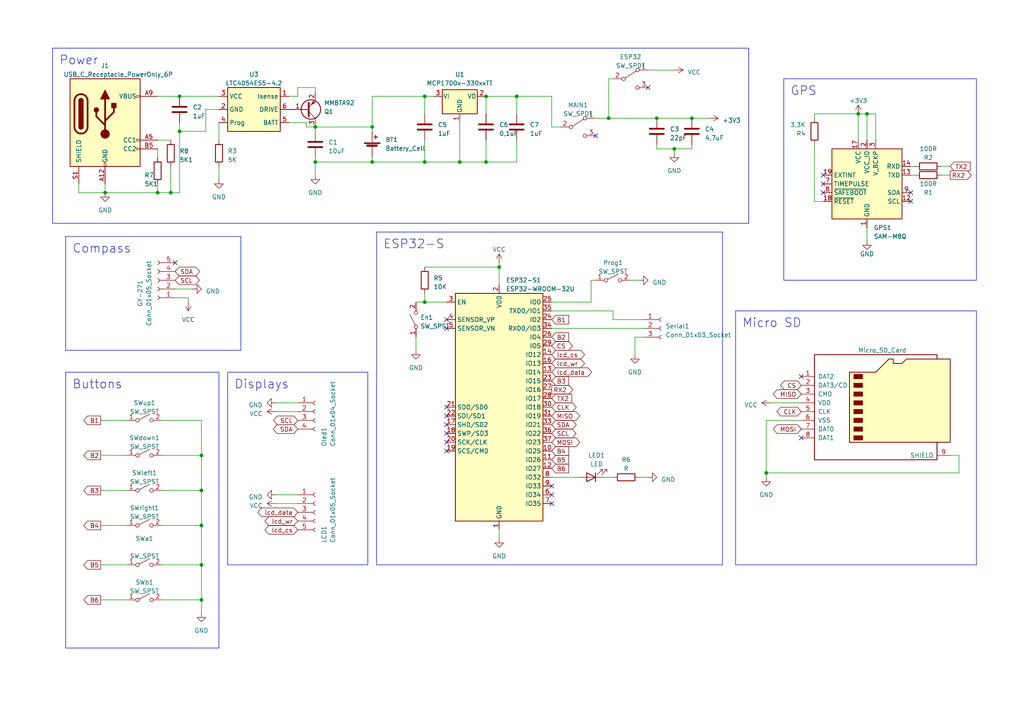
<source format=kicad_sch>
(kicad_sch (version 20230121) (generator eeschema)
  (paper "A4")
  (title_block (title "Esp32_gps_compass") (date "2023-06-05") (rev "v0.1") (company "Davide Barchetta"))
  (lib_symbols
    (symbol "Connector:Conn_01x03_Socket" (pin_names (offset 1.016) hide)
      (property "Reference" "J" (at 0 5.08 0))
      (property "Value" "Conn_01x03_Socket" (at 0 -5.08 0))
      (symbol "Conn_01x03_Socket_1_1"
        (arc (start 0 -2.032) (mid -0.5058 -2.54) (end 0 -3.048) (stroke (width 0.1524)))
        (polyline (pts (xy -1.27 -2.54) (xy -0.508 -2.54)) (stroke (width 0.1524)))
        (polyline (pts (xy -1.27 0) (xy -0.508 0)) (stroke (width 0.1524)))
        (polyline (pts (xy -1.27 2.54) (xy -0.508 2.54)) (stroke (width 0.1524)))
        (arc (start 0 0.508) (mid -0.5058 0) (end 0 -0.508) (stroke (width 0.1524)))
        (arc (start 0 3.048) (mid -0.5058 2.54) (end 0 2.032) (stroke (width 0.1524)))
        (pin passive line (at -5.08 2.54 0) (length 3.81) (name "Pin_1") (number "1"))
        (pin passive line (at -5.08 0 0) (length 3.81) (name "Pin_2") (number "2"))
        (pin passive line (at -5.08 -2.54 0) (length 3.81) (name "Pin_3") (number "3"))
      )
    )
    (symbol "Connector:Conn_01x04_Socket" (pin_names (offset 1.016) hide)
      (property "Reference" "J" (at 0 5.08 0))
      (property "Value" "Conn_01x04_Socket" (at 0 -7.62 0))
      (symbol "Conn_01x04_Socket_1_1"
        (arc (start 0 -4.572) (mid -0.5058 -5.08) (end 0 -5.588) (stroke (width 0.1524)))
        (arc (start 0 -2.032) (mid -0.5058 -2.54) (end 0 -3.048) (stroke (width 0.1524)))
        (polyline (pts (xy -1.27 -5.08) (xy -0.508 -5.08)) (stroke (width 0.1524)))
        (polyline (pts (xy -1.27 -2.54) (xy -0.508 -2.54)) (stroke (width 0.1524)))
        (polyline (pts (xy -1.27 0) (xy -0.508 0)) (stroke (width 0.1524)))
        (polyline (pts (xy -1.27 2.54) (xy -0.508 2.54)) (stroke (width 0.1524)))
        (arc (start 0 0.508) (mid -0.5058 0) (end 0 -0.508) (stroke (width 0.1524)))
        (arc (start 0 3.048) (mid -0.5058 2.54) (end 0 2.032) (stroke (width 0.1524)))
        (pin passive line (at -5.08 2.54 0) (length 3.81) (name "Pin_1") (number "1"))
        (pin passive line (at -5.08 0 0) (length 3.81) (name "Pin_2") (number "2"))
        (pin passive line (at -5.08 -2.54 0) (length 3.81) (name "Pin_3") (number "3"))
        (pin passive line (at -5.08 -5.08 0) (length 3.81) (name "Pin_4") (number "4"))
      )
    )
    (symbol "Connector:Conn_01x05_Socket" (pin_names (offset 1.016) hide)
      (property "Reference" "J" (at 0 7.62 0))
      (property "Value" "Conn_01x05_Socket" (at 0 -7.62 0))
      (symbol "Conn_01x05_Socket_1_1"
        (arc (start 0 -4.572) (mid -0.5058 -5.08) (end 0 -5.588) (stroke (width 0.1524)))
        (arc (start 0 -2.032) (mid -0.5058 -2.54) (end 0 -3.048) (stroke (width 0.1524)))
        (polyline (pts (xy -1.27 -5.08) (xy -0.508 -5.08)) (stroke (width 0.1524)))
        (polyline (pts (xy -1.27 -2.54) (xy -0.508 -2.54)) (stroke (width 0.1524)))
        (polyline (pts (xy -1.27 0) (xy -0.508 0)) (stroke (width 0.1524)))
        (polyline (pts (xy -1.27 2.54) (xy -0.508 2.54)) (stroke (width 0.1524)))
        (polyline (pts (xy -1.27 5.08) (xy -0.508 5.08)) (stroke (width 0.1524)))
        (arc (start 0 0.508) (mid -0.5058 0) (end 0 -0.508) (stroke (width 0.1524)))
        (arc (start 0 3.048) (mid -0.5058 2.54) (end 0 2.032) (stroke (width 0.1524)))
        (arc (start 0 5.588) (mid -0.5058 5.08) (end 0 4.572) (stroke (width 0.1524)))
        (pin passive line (at -5.08 5.08 0) (length 3.81) (name "Pin_1") (number "1"))
        (pin passive line (at -5.08 2.54 0) (length 3.81) (name "Pin_2") (number "2"))
        (pin passive line (at -5.08 0 0) (length 3.81) (name "Pin_3") (number "3"))
        (pin passive line (at -5.08 -2.54 0) (length 3.81) (name "Pin_4") (number "4"))
        (pin passive line (at -5.08 -5.08 0) (length 3.81) (name "Pin_5") (number "5"))
      )
    )
    (symbol "Connector:Micro_SD_Card" (pin_names (offset 1.016))
      (property "Reference" "J" (at -16.51 15.24 0))
      (property "Value" "Micro_SD_Card" (at 16.51 15.24 0))
      (symbol "Micro_SD_Card_0_1"
        (rectangle (start -7.62 -9.525) (end -5.08 -10.795) (fill (type outline)))
        (rectangle (start -7.62 -6.985) (end -5.08 -8.255) (fill (type outline)))
        (rectangle (start -7.62 -4.445) (end -5.08 -5.715) (fill (type outline)))
        (rectangle (start -7.62 -1.905) (end -5.08 -3.175) (fill (type outline)))
        (rectangle (start -7.62 0.635) (end -5.08 -0.635) (fill (type outline)))
        (rectangle (start -7.62 3.175) (end -5.08 1.905) (fill (type outline)))
        (rectangle (start -7.62 5.715) (end -5.08 4.445) (fill (type outline)))
        (rectangle (start -7.62 8.255) (end -5.08 6.985) (fill (type outline)))
        (polyline (pts (xy 16.51 12.7) (xy 16.51 13.97) (xy -19.05 13.97) (xy -19.05 -16.51) (xy 16.51 -16.51) (xy 16.51 -11.43)) (stroke (width 0.254)))
        (polyline (pts (xy -8.89 -11.43) (xy -8.89 8.89) (xy -1.27 8.89) (xy 2.54 12.7) (xy 3.81 12.7) (xy 3.81 11.43) (xy 6.35 11.43) (xy 7.62 12.7) (xy 20.32 12.7) (xy 20.32 -11.43) (xy -8.89 -11.43)) (stroke (width 0.254)) (fill (type background)))
      )
      (symbol "Micro_SD_Card_1_1"
        (pin bidirectional line (at -22.86 7.62 0) (length 3.81) (name "DAT2") (number "1"))
        (pin bidirectional line (at -22.86 5.08 0) (length 3.81) (name "DAT3/CD") (number "2"))
        (pin input line (at -22.86 2.54 0) (length 3.81) (name "CMD") (number "3"))
        (pin power_in line (at -22.86 0 0) (length 3.81) (name "VDD") (number "4"))
        (pin input line (at -22.86 -2.54 0) (length 3.81) (name "CLK") (number "5"))
        (pin power_in line (at -22.86 -5.08 0) (length 3.81) (name "VSS") (number "6"))
        (pin bidirectional line (at -22.86 -7.62 0) (length 3.81) (name "DAT0") (number "7"))
        (pin bidirectional line (at -22.86 -10.16 0) (length 3.81) (name "DAT1") (number "8"))
        (pin passive line (at 20.32 -15.24 180) (length 3.81) (name "SHIELD") (number "9"))
      )
    )
    (symbol "Connector:USB_C_Receptacle_PowerOnly_6P" (pin_names (offset 1.016))
      (property "Reference" "J" (at 0 16.51 0))
      (property "Value" "USB_C_Receptacle_PowerOnly_6P" (at 0 13.97 0))
      (symbol "USB_C_Receptacle_PowerOnly_6P_0_0"
        (rectangle (start -0.254 -12.7) (end 0.254 -11.684))
        (rectangle (start 10.16 -7.366) (end 9.144 -7.874))
        (rectangle (start 10.16 -4.826) (end 9.144 -5.334))
        (rectangle (start 10.16 7.874) (end 9.144 7.366))
      )
      (symbol "USB_C_Receptacle_PowerOnly_6P_0_1"
        (rectangle (start -10.16 12.7) (end 10.16 -12.7) (stroke (width 0.254)) (fill (type background)))
        (arc (start -8.89 -1.27) (mid -6.985 -3.1667) (end -5.08 -1.27) (stroke (width 0.508)))
        (arc (start -7.62 -1.27) (mid -6.985 -1.9023) (end -6.35 -1.27) (stroke (width 0.254)))
        (arc (start -7.62 -1.27) (mid -6.985 -1.9023) (end -6.35 -1.27) (stroke (width 0.254)) (fill (type outline)))
        (rectangle (start -7.62 -1.27) (end -6.35 6.35) (stroke (width 0.254)) (fill (type outline)))
        (arc (start -6.35 6.35) (mid -6.985 6.9823) (end -7.62 6.35) (stroke (width 0.254)))
        (arc (start -6.35 6.35) (mid -6.985 6.9823) (end -7.62 6.35) (stroke (width 0.254)) (fill (type outline)))
        (arc (start -5.08 6.35) (mid -6.985 8.2467) (end -8.89 6.35) (stroke (width 0.508)))
        (circle (center -2.54 3.683) (radius 0.635) (stroke (width 0.254)) (fill (type outline)))
        (circle (center 0 -3.302) (radius 1.27) (fill (type outline)))
        (polyline (pts (xy -8.89 -1.27) (xy -8.89 6.35)) (stroke (width 0.508)))
        (polyline (pts (xy -5.08 6.35) (xy -5.08 -1.27)) (stroke (width 0.508)))
        (polyline (pts (xy 0 -3.302) (xy 0 6.858)) (stroke (width 0.508)))
        (polyline (pts (xy 0 -0.762) (xy -2.54 1.778) (xy -2.54 3.048)) (stroke (width 0.508)))
        (polyline (pts (xy 0 0.508) (xy 2.54 3.048) (xy 2.54 4.318)) (stroke (width 0.508)))
        (polyline (pts (xy -1.27 6.858) (xy 0 9.398) (xy 1.27 6.858) (xy -1.27 6.858)) (stroke (width 0.254)) (fill (type outline)))
        (rectangle (start 1.905 4.318) (end 3.175 5.588) (stroke (width 0.254)) (fill (type outline)))
      )
      (symbol "USB_C_Receptacle_PowerOnly_6P_1_1"
        (pin passive line (at 0 -17.78 90) (length 5.08) (name "GND") (number "A12"))
        (pin bidirectional line (at 15.24 -5.08 180) (length 5.08) (name "CC1") (number "A5"))
        (pin passive line (at 15.24 7.62 180) (length 5.08) (name "VBUS") (number "A9"))
        (pin passive line (at 0 -17.78 90) (length 5.08) hide (name "GND") (number "B12"))
        (pin bidirectional line (at 15.24 -7.62 180) (length 5.08) (name "CC2") (number "B5"))
        (pin passive line (at 15.24 7.62 180) (length 5.08) hide (name "VBUS") (number "B9"))
        (pin passive line (at -7.62 -17.78 90) (length 5.08) (name "SHIELD") (number "S1"))
      )
    )
    (symbol "Device:Battery_Cell" (pin_numbers hide) (pin_names (offset 0) hide)
      (property "Reference" "BT" (at 2.54 2.54 0))
      (property "Value" "Battery_Cell" (at 2.54 0 0))
      (symbol "Battery_Cell_0_1"
        (rectangle (start -2.286 1.778) (end 2.286 1.524) (fill (type outline)))
        (rectangle (start -1.5748 1.1938) (end 1.4732 0.6858) (fill (type outline)))
        (polyline (pts (xy 0 0.762) (xy 0 0)))
        (polyline (pts (xy 0 1.778) (xy 0 2.54)))
        (polyline (pts (xy 0.508 3.429) (xy 1.524 3.429)) (stroke (width 0.254)))
        (polyline (pts (xy 1.016 3.937) (xy 1.016 2.921)) (stroke (width 0.254)))
      )
      (symbol "Battery_Cell_1_1"
        (pin passive line (at 0 5.08 270) (length 2.54) (name "+") (number "1"))
        (pin passive line (at 0 -2.54 90) (length 2.54) (name "-") (number "2"))
      )
    )
    (symbol "Device:C" (pin_numbers hide) (pin_names (offset 0.254))
      (property "Reference" "C" (at 0.635 2.54 0))
      (property "Value" "C" (at 0.635 -2.54 0))
      (symbol "C_0_1"
        (polyline (pts (xy -2.032 -0.762) (xy 2.032 -0.762)) (stroke (width 0.508)))
        (polyline (pts (xy -2.032 0.762) (xy 2.032 0.762)) (stroke (width 0.508)))
      )
      (symbol "C_1_1"
        (pin passive line (at 0 3.81 270) (length 2.794) (name "~") (number "1"))
        (pin passive line (at 0 -3.81 90) (length 2.794) (name "~") (number "2"))
      )
    )
    (symbol "Device:LED" (pin_numbers hide) (pin_names (offset 1.016) hide)
      (property "Reference" "D" (at 0 2.54 0))
      (property "Value" "LED" (at 0 -2.54 0))
      (symbol "LED_0_1"
        (polyline (pts (xy -1.27 -1.27) (xy -1.27 1.27)) (stroke (width 0.254)))
        (polyline (pts (xy -1.27 0) (xy 1.27 0)))
        (polyline (pts (xy 1.27 -1.27) (xy 1.27 1.27) (xy -1.27 0) (xy 1.27 -1.27)) (stroke (width 0.254)))
        (polyline (pts (xy -3.048 -0.762) (xy -4.572 -2.286) (xy -3.81 -2.286) (xy -4.572 -2.286) (xy -4.572 -1.524)))
        (polyline (pts (xy -1.778 -0.762) (xy -3.302 -2.286) (xy -2.54 -2.286) (xy -3.302 -2.286) (xy -3.302 -1.524)))
      )
      (symbol "LED_1_1"
        (pin passive line (at -3.81 0 0) (length 2.54) (name "K") (number "1"))
        (pin passive line (at 3.81 0 180) (length 2.54) (name "A") (number "2"))
      )
    )
    (symbol "Device:R" (pin_numbers hide) (pin_names (offset 0))
      (property "Reference" "R" (at 2.032 0 90))
      (property "Value" "R" (at 0 0 90))
      (symbol "R_0_1"
        (rectangle (start -1.016 -2.54) (end 1.016 2.54) (stroke (width 0.254)))
      )
      (symbol "R_1_1"
        (pin passive line (at 0 3.81 270) (length 1.27) (name "~") (number "1"))
        (pin passive line (at 0 -3.81 90) (length 1.27) (name "~") (number "2"))
      )
    )
    (symbol "RF_GPS:SAM-M8Q"
      (property "Reference" "U" (at -8.89 11.43 0))
      (property "Value" "SAM-M8Q" (at 8.89 11.43 0))
      (symbol "SAM-M8Q_0_1"
        (rectangle (start -10.16 10.16) (end 10.16 -10.16) (stroke (width 0.254)) (fill (type background)))
      )
      (symbol "SAM-M8Q_1_1"
        (pin power_in line (at 0 -12.7 90) (length 2.54) (name "GND") (number "1"))
        (pin passive line (at 0 -12.7 90) (length 2.54) hide (name "GND") (number "10"))
        (pin passive line (at 0 -12.7 90) (length 2.54) hide (name "GND") (number "11"))
        (pin input line (at 12.7 -5.08 180) (length 2.54) (name "SCL") (number "12"))
        (pin output line (at 12.7 2.54 180) (length 2.54) (name "TXD") (number "13"))
        (pin input line (at 12.7 5.08 180) (length 2.54) (name "RXD") (number "14"))
        (pin passive line (at 0 -12.7 90) (length 2.54) hide (name "GND") (number "15"))
        (pin passive line (at 0 -12.7 90) (length 2.54) hide (name "GND") (number "16"))
        (pin power_in line (at -2.54 12.7 270) (length 2.54) (name "VCC") (number "17"))
        (pin input line (at -12.7 -5.08 0) (length 2.54) (name "~{RESET}") (number "18"))
        (pin input line (at -12.7 2.54 0) (length 2.54) (name "EXTINT") (number "19"))
        (pin power_in line (at 0 12.7 270) (length 2.54) (name "VCC_IO") (number "2"))
        (pin passive line (at 0 -12.7 90) (length 2.54) hide (name "GND") (number "20"))
        (pin power_in line (at 2.54 12.7 270) (length 2.54) (name "V_BCKP") (number "3"))
        (pin passive line (at 0 -12.7 90) (length 2.54) hide (name "GND") (number "4"))
        (pin passive line (at 0 -12.7 90) (length 2.54) hide (name "GND") (number "5"))
        (pin passive line (at 0 -12.7 90) (length 2.54) hide (name "GND") (number "6"))
        (pin output line (at -12.7 0 0) (length 2.54) (name "TIMEPULSE") (number "7"))
        (pin input line (at -12.7 -2.54 0) (length 2.54) (name "~{SAFEBOOT}") (number "8"))
        (pin bidirectional line (at 12.7 -2.54 180) (length 2.54) (name "SDA") (number "9"))
      )
    )
    (symbol "RF_Module:ESP32-WROOM-32U"
      (property "Reference" "U" (at -12.7 34.29 0))
      (property "Value" "ESP32-WROOM-32U" (at 1.27 34.29 0))
      (symbol "ESP32-WROOM-32U_0_1"
        (rectangle (start -12.7 33.02) (end 12.7 -33.02) (stroke (width 0.254)) (fill (type background)))
      )
      (symbol "ESP32-WROOM-32U_1_1"
        (pin power_in line (at 0 -35.56 90) (length 2.54) (name "GND") (number "1"))
        (pin bidirectional line (at 15.24 -12.7 180) (length 2.54) (name "IO25") (number "10"))
        (pin bidirectional line (at 15.24 -15.24 180) (length 2.54) (name "IO26") (number "11"))
        (pin bidirectional line (at 15.24 -17.78 180) (length 2.54) (name "IO27") (number "12"))
        (pin bidirectional line (at 15.24 10.16 180) (length 2.54) (name "IO14") (number "13"))
        (pin bidirectional line (at 15.24 15.24 180) (length 2.54) (name "IO12") (number "14"))
        (pin passive line (at 0 -35.56 90) (length 2.54) hide (name "GND") (number "15"))
        (pin bidirectional line (at 15.24 12.7 180) (length 2.54) (name "IO13") (number "16"))
        (pin bidirectional line (at -15.24 -5.08 0) (length 2.54) (name "SHD/SD2") (number "17"))
        (pin bidirectional line (at -15.24 -7.62 0) (length 2.54) (name "SWP/SD3") (number "18"))
        (pin bidirectional line (at -15.24 -12.7 0) (length 2.54) (name "SCS/CMD") (number "19"))
        (pin power_in line (at 0 35.56 270) (length 2.54) (name "VDD") (number "2"))
        (pin bidirectional line (at -15.24 -10.16 0) (length 2.54) (name "SCK/CLK") (number "20"))
        (pin bidirectional line (at -15.24 0 0) (length 2.54) (name "SDO/SD0") (number "21"))
        (pin bidirectional line (at -15.24 -2.54 0) (length 2.54) (name "SDI/SD1") (number "22"))
        (pin bidirectional line (at 15.24 7.62 180) (length 2.54) (name "IO15") (number "23"))
        (pin bidirectional line (at 15.24 25.4 180) (length 2.54) (name "IO2") (number "24"))
        (pin bidirectional line (at 15.24 30.48 180) (length 2.54) (name "IO0") (number "25"))
        (pin bidirectional line (at 15.24 20.32 180) (length 2.54) (name "IO4") (number "26"))
        (pin bidirectional line (at 15.24 5.08 180) (length 2.54) (name "IO16") (number "27"))
        (pin bidirectional line (at 15.24 2.54 180) (length 2.54) (name "IO17") (number "28"))
        (pin bidirectional line (at 15.24 17.78 180) (length 2.54) (name "IO5") (number "29"))
        (pin input line (at -15.24 30.48 0) (length 2.54) (name "EN") (number "3"))
        (pin bidirectional line (at 15.24 0 180) (length 2.54) (name "IO18") (number "30"))
        (pin bidirectional line (at 15.24 -2.54 180) (length 2.54) (name "IO19") (number "31"))
        (pin no_connect line (at -12.7 -27.94 0) (length 2.54) hide (name "NC") (number "32"))
        (pin bidirectional line (at 15.24 -5.08 180) (length 2.54) (name "IO21") (number "33"))
        (pin bidirectional line (at 15.24 22.86 180) (length 2.54) (name "RXD0/IO3") (number "34"))
        (pin bidirectional line (at 15.24 27.94 180) (length 2.54) (name "TXD0/IO1") (number "35"))
        (pin bidirectional line (at 15.24 -7.62 180) (length 2.54) (name "IO22") (number "36"))
        (pin bidirectional line (at 15.24 -10.16 180) (length 2.54) (name "IO23") (number "37"))
        (pin passive line (at 0 -35.56 90) (length 2.54) hide (name "GND") (number "38"))
        (pin passive line (at 0 -35.56 90) (length 2.54) hide (name "GND") (number "39"))
        (pin input line (at -15.24 25.4 0) (length 2.54) (name "SENSOR_VP") (number "4"))
        (pin input line (at -15.24 22.86 0) (length 2.54) (name "SENSOR_VN") (number "5"))
        (pin input line (at 15.24 -25.4 180) (length 2.54) (name "IO34") (number "6"))
        (pin input line (at 15.24 -27.94 180) (length 2.54) (name "IO35") (number "7"))
        (pin bidirectional line (at 15.24 -20.32 180) (length 2.54) (name "IO32") (number "8"))
        (pin bidirectional line (at 15.24 -22.86 180) (length 2.54) (name "IO33") (number "9"))
      )
    )
    (symbol "Regulator_Linear:MCP1700x-330xxTT" (pin_names (offset 0.254))
      (property "Reference" "U" (at -3.81 3.175 0))
      (property "Value" "MCP1700x-330xxTT" (at 0 3.175 0))
      (symbol "MCP1700x-330xxTT_0_1"
        (rectangle (start -5.08 1.905) (end 5.08 -5.08) (stroke (width 0.254)) (fill (type background)))
      )
      (symbol "MCP1700x-330xxTT_1_1"
        (pin power_in line (at 0 -7.62 90) (length 2.54) (name "GND") (number "1"))
        (pin power_out line (at 7.62 0 180) (length 2.54) (name "VO") (number "2"))
        (pin power_in line (at -7.62 0 0) (length 2.54) (name "VI") (number "3"))
      )
    )
    (symbol "Switch:SW_SPDT" (pin_names (offset 0) hide)
      (property "Reference" "SW" (at 0 4.318 0))
      (property "Value" "SW_SPDT" (at 0 -5.08 0))
      (symbol "SW_SPDT_0_0"
        (circle (center -2.032 0) (radius 0.508))
        (circle (center 2.032 -2.54) (radius 0.508))
      )
      (symbol "SW_SPDT_0_1"
        (polyline (pts (xy -1.524 0.254) (xy 1.651 2.286)))
        (circle (center 2.032 2.54) (radius 0.508))
      )
      (symbol "SW_SPDT_1_1"
        (pin passive line (at 5.08 2.54 180) (length 2.54) (name "A") (number "1"))
        (pin passive line (at -5.08 0 0) (length 2.54) (name "B") (number "2"))
        (pin passive line (at 5.08 -2.54 180) (length 2.54) (name "C") (number "3"))
      )
    )
    (symbol "Switch:SW_SPST" (pin_names (offset 0) hide)
      (property "Reference" "SW" (at 0 3.175 0))
      (property "Value" "SW_SPST" (at 0 -2.54 0))
      (symbol "SW_SPST_0_0"
        (circle (center -2.032 0) (radius 0.508))
        (polyline (pts (xy -1.524 0.254) (xy 1.524 1.778)))
        (circle (center 2.032 0) (radius 0.508))
      )
      (symbol "SW_SPST_1_1"
        (pin passive line (at -5.08 0 0) (length 2.54) (name "A") (number "1"))
        (pin passive line (at 5.08 0 180) (length 2.54) (name "B") (number "2"))
      )
    )
    (symbol "Transistor_BJT:MMBTA92" (pin_names (offset 0) hide)
      (property "Reference" "Q" (at 5.08 1.905 0))
      (property "Value" "MMBTA92" (at 5.08 0 0))
      (symbol "MMBTA92_0_1"
        (polyline (pts (xy 0 0) (xy 0.635 0)))
        (polyline (pts (xy 2.54 -2.54) (xy 0.635 -0.635)))
        (polyline (pts (xy 2.54 2.54) (xy 0.635 0.635)))
        (polyline (pts (xy 0.635 1.905) (xy 0.635 -1.905) (xy 0.635 -1.905)) (stroke (width 0.508)) (fill (type outline)))
        (polyline (pts (xy 1.905 -2.413) (xy 2.413 -1.905) (xy 1.397 -1.397) (xy 1.905 -2.413) (xy 1.905 -2.413)) (fill (type outline)))
        (circle (center 1.27 0) (radius 2.8194) (stroke (width 0.254)))
      )
      (symbol "MMBTA92_1_1"
        (pin input line (at -5.08 0 0) (length 5.08) (name "B") (number "1"))
        (pin passive line (at 2.54 -5.08 90) (length 2.54) (name "E") (number "2"))
        (pin passive line (at 2.54 5.08 270) (length 2.54) (name "C") (number "3"))
      )
    )
    (symbol "mia_libreria:LTC1734ES6-4.2"
      (property "Reference" "U" (at -5.842 6.604 0))
      (property "Value" "LTC4054ES5-4.2" (at -3.81 6.35 0))
      (symbol "LTC1734ES6-4.2_0_1"
        (rectangle (start -7.62 5.08) (end 7.62 -7.62) (stroke (width 0.254)) (fill (type background)))
      )
      (symbol "LTC1734ES6-4.2_1_1"
        (pin output line (at 10.16 2.54 180) (length 2.54) (name "Isense") (number "1"))
        (pin power_in line (at -10.16 -1.27 0) (length 2.54) (name "GND") (number "2"))
        (pin power_in line (at -10.16 2.54 0) (length 2.54) (name "VCC") (number "3"))
        (pin bidirectional line (at -10.16 -5.08 0) (length 2.54) (name "Prog") (number "4"))
        (pin power_out line (at 10.16 -5.08 180) (length 2.54) (name "BATT") (number "5"))
        (pin output line (at 10.16 -1.27 180) (length 2.54) (name "DRIVE") (number "6"))
      )
    )
    (symbol "power:+3V3" (power) (pin_names (offset 0))
      (property "Value" "+3V3" (at 0 3.556 0))
      (symbol "+3V3_0_1"
        (polyline (pts (xy -0.762 1.27) (xy 0 2.54)))
        (polyline (pts (xy 0 0) (xy 0 2.54)))
        (polyline (pts (xy 0 2.54) (xy 0.762 1.27)))
      )
      (symbol "+3V3_1_1"
        (pin power_in line (at 0 0 90) (length 0) hide (name "+3V3") (number "1"))
      )
    )
    (symbol "power:GND" (power) (pin_names (offset 0))
      (property "Value" "GND" (at 0 -3.81 0))
      (symbol "GND_0_1"
        (polyline (pts (xy 0 0) (xy 0 -1.27) (xy 1.27 -1.27) (xy 0 -2.54) (xy -1.27 -1.27) (xy 0 -1.27)))
      )
      (symbol "GND_1_1"
        (pin power_in line (at 0 0 270) (length 0) hide (name "GND") (number "1"))
      )
    )
    (symbol "power:VCC" (power) (pin_names (offset 0))
      (property "Value" "VCC" (at 0 3.81 0))
      (symbol "VCC_0_1"
        (polyline (pts (xy -0.762 1.27) (xy 0 2.54)))
        (polyline (pts (xy 0 0) (xy 0 2.54)))
        (polyline (pts (xy 0 2.54) (xy 0.762 1.27)))
      )
      (symbol "VCC_1_1"
        (pin power_in line (at 0 0 90) (length 0) hide (name "VCC") (number "1"))
      )
    )
  )
  (junction (at 58.42 152.4))
  (junction (at 58.42 142.24))
  (junction (at 222.25 137.16))
  (junction (at 107.95 46.99))
  (junction (at 91.44 36.83))
  (junction (at 58.42 173.99))
  (junction (at 123.19 46.99))
  (junction (at 140.97 27.94))
  (junction (at 149.86 27.94))
  (junction (at 58.42 132.08))
  (junction (at 123.19 27.94))
  (junction (at 58.42 163.83))
  (junction (at 176.53 34.29))
  (junction (at 123.19 87.63))
  (junction (at 91.44 46.99))
  (junction (at 133.35 46.99))
  (junction (at 140.97 46.99))
  (junction (at 49.53 55.88))
  (junction (at 251.46 33.02))
  (junction (at 52.07 38.1))
  (junction (at 107.95 36.83))
  (junction (at 30.48 55.88))
  (junction (at 190.5 34.29))
  (junction (at 200.66 34.29))
  (junction (at 52.07 27.94))
  (junction (at 144.78 77.47))
  (junction (at 195.58 43.18))
  (junction (at 45.72 55.88))
  (junction (at 248.92 33.02))
  (no_connect (at 129.54 92.71))
  (no_connect (at 232.41 127))
  (no_connect (at 129.54 123.19))
  (no_connect (at 238.76 53.34))
  (no_connect (at 238.76 55.88))
  (no_connect (at 264.16 58.42))
  (no_connect (at 238.76 50.8))
  (no_connect (at 129.54 118.11))
  (no_connect (at 160.02 143.51))
  (no_connect (at 264.16 55.88))
  (no_connect (at 160.02 146.05))
  (no_connect (at 129.54 128.27))
  (no_connect (at 187.96 25.4))
  (no_connect (at 129.54 95.25))
  (no_connect (at 50.8 76.2))
  (no_connect (at 129.54 120.65))
  (no_connect (at 129.54 130.81))
  (no_connect (at 129.54 125.73))
  (no_connect (at 232.41 109.22))
  (no_connect (at 172.72 39.37))
  (no_connect (at 160.02 140.97))
  (wire (pts (xy 184.15 97.79) (xy 184.15 102.87)))
  (wire (pts (xy 29.21 142.24) (xy 36.83 142.24)))
  (wire (pts (xy 140.97 27.94) (xy 149.86 27.94)))
  (wire (pts (xy 120.65 97.79) (xy 120.65 101.6)))
  (wire (pts (xy 123.19 77.47) (xy 144.78 77.47)))
  (wire (pts (xy 63.5 31.75) (xy 59.69 31.75)))
  (wire (pts (xy 251.46 40.64) (xy 251.46 33.02)))
  (wire (pts (xy 200.66 41.91) (xy 200.66 43.18)))
  (wire (pts (xy 248.92 33.02) (xy 248.92 40.64)))
  (wire (pts (xy 133.35 35.56) (xy 133.35 46.99)))
  (wire (pts (xy 236.22 34.29) (xy 236.22 33.02)))
  (wire (pts (xy 140.97 40.64) (xy 140.97 46.99)))
  (wire (pts (xy 91.44 46.99) (xy 91.44 50.8)))
  (wire (pts (xy 190.5 41.91) (xy 190.5 43.18)))
  (wire (pts (xy 107.95 46.99) (xy 123.19 46.99)))
  (wire (pts (xy 160.02 36.83) (xy 160.02 27.94)))
  (wire (pts (xy 29.21 152.4) (xy 36.83 152.4)))
  (wire (pts (xy 223.52 116.84) (xy 232.41 116.84)))
  (wire (pts (xy 176.53 22.86) (xy 176.53 34.29)))
  (wire (pts (xy 107.95 38.1) (xy 107.95 36.83)))
  (wire (pts (xy 162.56 36.83) (xy 160.02 36.83)))
  (wire (pts (xy 195.58 43.18) (xy 200.66 43.18)))
  (wire (pts (xy 29.21 121.92) (xy 36.83 121.92)))
  (wire (pts (xy 91.44 46.99) (xy 107.95 46.99)))
  (wire (pts (xy 123.19 27.94) (xy 123.19 33.02)))
  (wire (pts (xy 80.01 119.38) (xy 86.36 119.38)))
  (wire (pts (xy 160.02 138.43) (xy 167.64 138.43)))
  (wire (pts (xy 140.97 46.99) (xy 149.86 46.99)))
  (wire (pts (xy 160.02 95.25) (xy 186.69 95.25)))
  (wire (pts (xy 254 40.64) (xy 254 33.02)))
  (wire (pts (xy 123.19 40.64) (xy 123.19 46.99)))
  (wire (pts (xy 58.42 173.99) (xy 58.42 177.8)))
  (wire (pts (xy 88.9 36.83) (xy 91.44 36.83)))
  (wire (pts (xy 50.8 86.36) (xy 54.61 86.36)))
  (wire (pts (xy 236.22 58.42) (xy 236.22 41.91)))
  (wire (pts (xy 171.45 81.28) (xy 171.45 87.63)))
  (wire (pts (xy 254 33.02) (xy 251.46 33.02)))
  (wire (pts (xy 22.86 53.34) (xy 22.86 55.88)))
  (wire (pts (xy 149.86 27.94) (xy 149.86 33.02)))
  (wire (pts (xy 149.86 40.64) (xy 149.86 46.99)))
  (wire (pts (xy 107.95 27.94) (xy 107.95 36.83)))
  (wire (pts (xy 58.42 142.24) (xy 58.42 152.4)))
  (wire (pts (xy 54.61 86.36) (xy 54.61 87.63)))
  (wire (pts (xy 177.8 92.71) (xy 186.69 92.71)))
  (wire (pts (xy 278.13 137.16) (xy 222.25 137.16)))
  (wire (pts (xy 200.66 34.29) (xy 205.74 34.29)))
  (wire (pts (xy 46.99 121.92) (xy 58.42 121.92)))
  (wire (pts (xy 29.21 173.99) (xy 36.83 173.99)))
  (wire (pts (xy 29.21 163.83) (xy 36.83 163.83)))
  (wire (pts (xy 58.42 152.4) (xy 58.42 163.83)))
  (wire (pts (xy 107.95 45.72) (xy 107.95 46.99)))
  (wire (pts (xy 172.72 34.29) (xy 176.53 34.29)))
  (wire (pts (xy 52.07 38.1) (xy 52.07 55.88)))
  (wire (pts (xy 133.35 46.99) (xy 140.97 46.99)))
  (wire (pts (xy 175.26 138.43) (xy 177.8 138.43)))
  (wire (pts (xy 236.22 33.02) (xy 248.92 33.02)))
  (wire (pts (xy 46.99 152.4) (xy 58.42 152.4)))
  (wire (pts (xy 265.43 50.8) (xy 264.16 50.8)))
  (wire (pts (xy 46.99 173.99) (xy 58.42 173.99)))
  (wire (pts (xy 190.5 34.29) (xy 200.66 34.29)))
  (wire (pts (xy 91.44 45.72) (xy 91.44 46.99)))
  (wire (pts (xy 222.25 138.43) (xy 222.25 137.16)))
  (wire (pts (xy 58.42 121.92) (xy 58.42 132.08)))
  (wire (pts (xy 83.82 35.56) (xy 88.9 35.56)))
  (wire (pts (xy 232.41 121.92) (xy 222.25 121.92)))
  (wire (pts (xy 88.9 35.56) (xy 88.9 36.83)))
  (wire (pts (xy 144.78 153.67) (xy 144.78 156.21)))
  (wire (pts (xy 45.72 53.34) (xy 45.72 55.88)))
  (wire (pts (xy 275.59 48.26) (xy 273.05 48.26)))
  (wire (pts (xy 29.21 132.08) (xy 36.83 132.08)))
  (wire (pts (xy 80.01 143.51) (xy 86.36 143.51)))
  (wire (pts (xy 86.36 25.4) (xy 91.44 25.4)))
  (wire (pts (xy 58.42 163.83) (xy 58.42 173.99)))
  (wire (pts (xy 140.97 27.94) (xy 140.97 33.02)))
  (wire (pts (xy 120.65 87.63) (xy 123.19 87.63)))
  (wire (pts (xy 177.8 22.86) (xy 176.53 22.86)))
  (wire (pts (xy 46.99 163.83) (xy 58.42 163.83)))
  (wire (pts (xy 52.07 27.94) (xy 63.5 27.94)))
  (wire (pts (xy 222.25 121.92) (xy 222.25 137.16)))
  (wire (pts (xy 91.44 38.1) (xy 91.44 36.83)))
  (wire (pts (xy 59.69 31.75) (xy 59.69 38.1)))
  (wire (pts (xy 86.36 27.94) (xy 86.36 25.4)))
  (wire (pts (xy 46.99 142.24) (xy 58.42 142.24)))
  (wire (pts (xy 46.99 132.08) (xy 58.42 132.08)))
  (wire (pts (xy 63.5 48.26) (xy 63.5 52.07)))
  (wire (pts (xy 91.44 36.83) (xy 107.95 36.83)))
  (wire (pts (xy 275.59 50.8) (xy 273.05 50.8)))
  (wire (pts (xy 251.46 69.85) (xy 251.46 66.04)))
  (wire (pts (xy 91.44 25.4) (xy 91.44 26.67)))
  (wire (pts (xy 144.78 76.2) (xy 144.78 77.47)))
  (wire (pts (xy 107.95 27.94) (xy 123.19 27.94)))
  (wire (pts (xy 190.5 43.18) (xy 195.58 43.18)))
  (wire (pts (xy 195.58 43.18) (xy 195.58 44.45)))
  (wire (pts (xy 58.42 132.08) (xy 58.42 142.24)))
  (wire (pts (xy 123.19 87.63) (xy 129.54 87.63)))
  (wire (pts (xy 171.45 87.63) (xy 160.02 87.63)))
  (wire (pts (xy 52.07 38.1) (xy 52.07 35.56)))
  (wire (pts (xy 278.13 132.08) (xy 278.13 137.16)))
  (wire (pts (xy 195.58 20.32) (xy 187.96 20.32)))
  (wire (pts (xy 123.19 46.99) (xy 133.35 46.99)))
  (wire (pts (xy 186.69 97.79) (xy 184.15 97.79)))
  (wire (pts (xy 80.01 116.84) (xy 86.36 116.84)))
  (wire (pts (xy 49.53 48.26) (xy 49.53 55.88)))
  (wire (pts (xy 171.45 81.28) (xy 172.72 81.28)))
  (wire (pts (xy 185.42 138.43) (xy 187.96 138.43)))
  (wire (pts (xy 123.19 27.94) (xy 125.73 27.94)))
  (wire (pts (xy 45.72 55.88) (xy 30.48 55.88)))
  (wire (pts (xy 80.01 146.05) (xy 86.36 146.05)))
  (wire (pts (xy 45.72 40.64) (xy 49.53 40.64)))
  (wire (pts (xy 251.46 33.02) (xy 248.92 33.02)))
  (wire (pts (xy 83.82 27.94) (xy 86.36 27.94)))
  (wire (pts (xy 160.02 90.17) (xy 177.8 90.17)))
  (wire (pts (xy 265.43 48.26) (xy 264.16 48.26)))
  (wire (pts (xy 182.88 81.28) (xy 185.42 81.28)))
  (wire (pts (xy 123.19 85.09) (xy 123.19 87.63)))
  (wire (pts (xy 238.76 58.42) (xy 236.22 58.42)))
  (wire (pts (xy 50.8 83.82) (xy 55.88 83.82)))
  (wire (pts (xy 49.53 55.88) (xy 45.72 55.88)))
  (wire (pts (xy 22.86 55.88) (xy 30.48 55.88)))
  (wire (pts (xy 275.59 132.08) (xy 278.13 132.08)))
  (wire (pts (xy 52.07 55.88) (xy 49.53 55.88)))
  (wire (pts (xy 63.5 35.56) (xy 63.5 40.64)))
  (wire (pts (xy 59.69 38.1) (xy 52.07 38.1)))
  (wire (pts (xy 176.53 34.29) (xy 190.5 34.29)))
  (wire (pts (xy 30.48 53.34) (xy 30.48 55.88)))
  (wire (pts (xy 149.86 27.94) (xy 160.02 27.94)))
  (wire (pts (xy 144.78 77.47) (xy 144.78 82.55)))
  (wire (pts (xy 177.8 90.17) (xy 177.8 92.71)))
  (wire (pts (xy 45.72 43.18) (xy 45.72 45.72)))
  (wire (pts (xy 45.72 27.94) (xy 52.07 27.94)))
  (text_box "Displays" (at 66.04 107.95 0) (size 40.64 55.88) (effects (font (size 2.54 2.54)) (justify left top)))
  (text_box "ESP32-S" (at 109.22 67.31 0) (size 100.33 96.52) (effects (font (size 2.54 2.54)) (justify left top)))
  (text_box "Buttons" (at 19.05 107.95 0) (size 44.45 80.01) (effects (font (size 2.54 2.54)) (justify left top)))
  (text_box "Micro SD\n" (at 213.36 90.17 0) (size 69.85 73.66) (effects (font (size 2.54 2.54)) (justify left top)))
  (text_box "Compass" (at 19.05 68.58 0) (size 50.8 33.02) (effects (font (size 2.54 2.54)) (justify left top)))
  (text_box "Power" (at 15.24 13.97 0) (size 201.93 50.8) (effects (font (size 2.54 2.54)) (justify left top)))
  (text_box "GPS" (at 227.33 22.86 0) (size 55.88 58.42) (effects (font (size 2.54 2.54)) (justify left top)))
  (global_label "MOSI" (shape bidirectional) (at 160.02 128.27 0) (property "Intersheetrefs" "${INTERSHEET_REFS}" (effects hide)))
  (global_label "SCL" (shape bidirectional) (at 86.36 121.92 180) (property "Intersheetrefs" "${INTERSHEET_REFS}" (effects hide)))
  (global_label "lcd_data" (shape bidirectional) (at 86.36 148.59 180) (property "Intersheetrefs" "${INTERSHEET_REFS}" (effects hide)))
  (global_label "B4" (shape output) (at 29.21 152.4 180) (property "Intersheetrefs" "${INTERSHEET_REFS}" (effects hide)))
  (global_label "lcd_wr" (shape bidirectional) (at 160.02 105.41 0) (property "Intersheetrefs" "${INTERSHEET_REFS}" (effects hide)))
  (global_label "SDA" (shape bidirectional) (at 50.8 78.74 0) (property "Intersheetrefs" "${INTERSHEET_REFS}" (effects hide)))
  (global_label "B3" (shape input) (at 160.02 110.49 0) (property "Intersheetrefs" "${INTERSHEET_REFS}" (effects hide)))
  (global_label "B2" (shape input) (at 160.02 97.79 0) (property "Intersheetrefs" "${INTERSHEET_REFS}" (effects hide)))
  (global_label "B3" (shape output) (at 29.21 142.24 180) (property "Intersheetrefs" "${INTERSHEET_REFS}" (effects hide)))
  (global_label "lcd_cs" (shape bidirectional) (at 86.36 153.67 180) (property "Intersheetrefs" "${INTERSHEET_REFS}" (effects hide)))
  (global_label "RX2" (shape output) (at 160.02 113.03 0) (property "Intersheetrefs" "${INTERSHEET_REFS}" (effects hide)))
  (global_label "TX2" (shape input) (at 275.59 48.26 0) (property "Intersheetrefs" "${INTERSHEET_REFS}" (effects hide)))
  (global_label "lcd_cs" (shape bidirectional) (at 160.02 102.87 0) (property "Intersheetrefs" "${INTERSHEET_REFS}" (effects hide)))
  (global_label "B5" (shape input) (at 160.02 133.35 0) (property "Intersheetrefs" "${INTERSHEET_REFS}" (effects hide)))
  (global_label "MOSI" (shape bidirectional) (at 232.41 124.46 180) (property "Intersheetrefs" "${INTERSHEET_REFS}" (effects hide)))
  (global_label "CS" (shape bidirectional) (at 160.02 100.33 0) (property "Intersheetrefs" "${INTERSHEET_REFS}" (effects hide)))
  (global_label "B1" (shape input) (at 160.02 92.71 0) (property "Intersheetrefs" "${INTERSHEET_REFS}" (effects hide)))
  (global_label "B2" (shape output) (at 29.21 132.08 180) (property "Intersheetrefs" "${INTERSHEET_REFS}" (effects hide)))
  (global_label "RX2" (shape output) (at 275.59 50.8 0) (property "Intersheetrefs" "${INTERSHEET_REFS}" (effects hide)))
  (global_label "MISO" (shape bidirectional) (at 160.02 120.65 0) (property "Intersheetrefs" "${INTERSHEET_REFS}" (effects hide)))
  (global_label "SCL" (shape bidirectional) (at 50.8 81.28 0) (property "Intersheetrefs" "${INTERSHEET_REFS}" (effects hide)))
  (global_label "CLK" (shape bidirectional) (at 160.02 118.11 0) (property "Intersheetrefs" "${INTERSHEET_REFS}" (effects hide)))
  (global_label "lcd_wr" (shape bidirectional) (at 86.36 151.13 180) (property "Intersheetrefs" "${INTERSHEET_REFS}" (effects hide)))
  (global_label "B1" (shape output) (at 29.21 121.92 180) (property "Intersheetrefs" "${INTERSHEET_REFS}" (effects hide)))
  (global_label "SDA" (shape bidirectional) (at 86.36 124.46 180) (property "Intersheetrefs" "${INTERSHEET_REFS}" (effects hide)))
  (global_label "lcd_data" (shape bidirectional) (at 160.02 107.95 0) (property "Intersheetrefs" "${INTERSHEET_REFS}" (effects hide)))
  (global_label "SDA" (shape bidirectional) (at 160.02 123.19 0) (property "Intersheetrefs" "${INTERSHEET_REFS}" (effects hide)))
  (global_label "MISO" (shape bidirectional) (at 232.41 114.3 180) (property "Intersheetrefs" "${INTERSHEET_REFS}" (effects hide)))
  (global_label "CS" (shape bidirectional) (at 232.41 111.76 180) (property "Intersheetrefs" "${INTERSHEET_REFS}" (effects hide)))
  (global_label "B6" (shape input) (at 160.02 135.89 0) (property "Intersheetrefs" "${INTERSHEET_REFS}" (effects hide)))
  (global_label "SCL" (shape bidirectional) (at 160.02 125.73 0) (property "Intersheetrefs" "${INTERSHEET_REFS}" (effects hide)))
  (global_label "B6" (shape output) (at 29.21 173.99 180) (property "Intersheetrefs" "${INTERSHEET_REFS}" (effects hide)))
  (global_label "B4" (shape input) (at 160.02 130.81 0) (property "Intersheetrefs" "${INTERSHEET_REFS}" (effects hide)))
  (global_label "TX2" (shape input) (at 160.02 115.57 0) (property "Intersheetrefs" "${INTERSHEET_REFS}" (effects hide)))
  (global_label "B5" (shape output) (at 29.21 163.83 180) (property "Intersheetrefs" "${INTERSHEET_REFS}" (effects hide)))
  (global_label "CLK" (shape bidirectional) (at 232.41 119.38 180) (property "Intersheetrefs" "${INTERSHEET_REFS}" (effects hide)))
  (symbol (lib_id "Device:R") (at 45.72 49.53 0) (unit 1)
    (property "Reference" "R7" (at 41.91 50.8 0) (effects (justify left)))
    (property "Value" "5K1" (at 41.91 53.34 0) (effects (justify left)))
    (property "Footprint" "Resistor_SMD:R_0603_1608Metric_Pad0.98x0.95mm_HandSolder" (effects hide))
  )
  (symbol (lib_id "Switch:SW_SPDT") (at 167.64 36.83 0) (unit 1)
    (property "Reference" "MAIN1" (at 167.64 30.48 0))
    (property "Value" "SW_SPDT" (at 167.64 33.02 0))
    (property "Footprint" "Button_Switch_SMD:SW_SPDT_PCM12" (effects hide))
  )
  (symbol (lib_id "power:VCC") (at 80.01 119.38 90) (unit 1)
    (property "Reference" "#PWR021" (effects hide))
    (property "Value" "VCC" (at 76.2 120.015 90) (effects (justify left)))
  )
  (symbol (lib_id "Switch:SW_SPDT") (at 182.88 22.86 0) (unit 1)
    (property "Reference" "ESP32" (at 182.88 16.51 0))
    (property "Value" "SW_SPDT" (at 182.88 19.05 0))
    (property "Footprint" "Button_Switch_SMD:SW_SPDT_PCM12" (effects hide))
  )
  (symbol (lib_id "Switch:SW_SPST") (at 41.91 163.83 0) (unit 1)
    (property "Reference" "SWa1" (at 41.91 156.21 0))
    (property "Value" "SW_SPST" (at 41.91 161.29 0))
    (property "Footprint" "Button_Switch_THT:SW_PUSH_6mm" (effects hide))
  )
  (symbol (lib_id "Device:C") (at 123.19 36.83 0) (unit 1)
    (property "Reference" "C5" (at 127 36.195 0) (effects (justify left)))
    (property "Value" "1uF" (at 127 38.735 0) (effects (justify left)))
    (property "Footprint" "Capacitor_SMD:C_0805_2012Metric_Pad1.18x1.45mm_HandSolder" (effects hide))
  )
  (symbol (lib_id "power:GND") (at 185.42 81.28 90) (unit 1)
    (property "Reference" "#PWR03" (effects hide))
    (property "Value" "GND" (at 189.23 81.915 90) (effects (justify right)))
  )
  (symbol (lib_id "Switch:SW_SPST") (at 41.91 152.4 0) (unit 1)
    (property "Reference" "SWright1" (at 41.91 147.32 0))
    (property "Value" "SW_SPST" (at 41.91 149.86 0))
    (property "Footprint" "Button_Switch_THT:SW_PUSH_6mm" (effects hide))
  )
  (symbol (lib_id "Connector:USB_C_Receptacle_PowerOnly_6P") (at 30.48 35.56 0) (unit 1)
    (property "Reference" "J1" (at 30.48 19.05 0))
    (property "Value" "USB_C_Receptacle_PowerOnly_6P" (at 34.29 21.59 0))
    (property "Footprint" "Connector_USB:USB_C_Receptacle_GCT_USB4085" (effects hide))
    (property "Datasheet" "https://www.usb.org/sites/default/files/documents/usb_type-c.zip" (effects hide))
  )
  (symbol (lib_id "Transistor_BJT:MMBTA92") (at 88.9 31.75 0) (mirror x) (unit 1)
    (property "Reference" "Q1" (at 93.98 32.385 0) (effects (justify left)))
    (property "Value" "MMBTA92" (at 93.98 29.845 0) (effects (justify left)))
    (property "Footprint" "Package_TO_SOT_SMD:SOT-23" (effects hide))
    (property "Datasheet" "https://www.onsemi.com/pub/Collateral/MMBTA92LT1-D.PDF" (effects hide))
  )
  (symbol (lib_id "Device:R") (at 63.5 44.45 0) (unit 1)
    (property "Reference" "R3" (at 66.04 43.815 0) (effects (justify left)))
    (property "Value" "5K" (at 66.04 46.355 0) (effects (justify left)))
    (property "Footprint" "Resistor_SMD:R_0603_1608Metric_Pad0.98x0.95mm_HandSolder" (effects hide))
  )
  (symbol (lib_id "power:GND") (at 80.01 143.51 270) (unit 1)
    (property "Reference" "#PWR023" (effects hide))
    (property "Value" "GND" (at 76.2 144.145 90) (effects (justify right)))
  )
  (symbol (lib_id "mia_libreria:LTC1734ES6-4.2") (at 73.66 30.48 0) (unit 1)
    (property "Reference" "U3" (at 73.66 21.59 0))
    (property "Value" "LTC4054ES5-4.2" (at 73.66 24.13 0))
    (property "Footprint" "Package_TO_SOT_SMD:TSOT-23-6_HandSoldering" (effects hide))
    (property "Datasheet" "https://www.analog.com/media/en/technical-documentation/data-sheets/1734fa.pdf" (effects hide))
  )
  (symbol (lib_id "Device:C") (at 149.86 36.83 0) (unit 1)
    (property "Reference" "C7" (at 153.67 36.195 0) (effects (justify left)))
    (property "Value" "1uF" (at 153.67 38.735 0) (effects (justify left)))
    (property "Footprint" "Capacitor_SMD:C_0805_2012Metric_Pad1.18x1.45mm_HandSolder" (effects hide))
  )
  (symbol (lib_id "Device:R") (at 123.19 81.28 0) (unit 1)
    (property "Reference" "R5" (at 125.73 80.645 0) (effects (justify left)))
    (property "Value" "10K" (at 125.73 83.185 0) (effects (justify left)))
    (property "Footprint" "Resistor_SMD:R_0603_1608Metric_Pad0.98x0.95mm_HandSolder" (effects hide))
  )
  (symbol (lib_id "Device:C") (at 190.5 38.1 0) (unit 1)
    (property "Reference" "C3" (at 194.31 37.465 0) (effects (justify left)))
    (property "Value" "22pF" (at 194.31 40.005 0) (effects (justify left)))
    (property "Footprint" "Capacitor_SMD:C_0805_2012Metric_Pad1.18x1.45mm_HandSolder" (effects hide))
  )
  (symbol (lib_id "Switch:SW_SPST") (at 41.91 142.24 0) (unit 1)
    (property "Reference" "SWleft1" (at 41.91 137.16 0))
    (property "Value" "SW_SPST" (at 41.91 139.7 0))
    (property "Footprint" "Button_Switch_THT:SW_PUSH_6mm" (effects hide))
  )
  (symbol (lib_id "Switch:SW_SPST") (at 120.65 92.71 90) (unit 1)
    (property "Reference" "En1" (at 121.92 92.075 90) (effects (justify right)))
    (property "Value" "SW_SPST" (at 121.92 94.615 90) (effects (justify right)))
    (property "Footprint" "Button_Switch_SMD:SW_SPST_EVQPE1" (effects hide))
  )
  (symbol (lib_id "Device:LED") (at 171.45 138.43 180) (unit 1)
    (property "Reference" "LED1" (at 173.0375 132.08 0))
    (property "Value" "LED" (at 173.0375 134.62 0))
    (property "Footprint" "LED_THT:LED_D3.0mm" (effects hide))
  )
  (symbol (lib_id "Connector:Conn_01x04_Socket") (at 91.44 119.38 0) (unit 1)
    (property "Reference" "Oled1" (at 93.98 129.54 90) (effects (justify left)))
    (property "Value" "Conn_01x04_Socket" (at 96.52 129.54 90) (effects (justify left)))
    (property "Footprint" "mia_libreria:Display_i2c_128x64" (effects hide))
  )
  (symbol (lib_id "power:GND") (at 195.58 44.45 0) (unit 1)
    (property "Reference" "#PWR015" (effects hide))
    (property "Value" "GND" (at 195.58 49.53 0))
  )
  (symbol (lib_id "Device:R") (at 236.22 38.1 180) (unit 1)
    (property "Reference" "R4" (at 233.68 38.735 0) (effects (justify left)))
    (property "Value" "3,3K" (at 233.68 36.195 0) (effects (justify left)))
    (property "Footprint" "Resistor_SMD:R_0603_1608Metric_Pad0.98x0.95mm_HandSolder" (effects hide))
  )
  (symbol (lib_id "Switch:SW_SPST") (at 41.91 173.99 0) (unit 1)
    (property "Reference" "SWb1" (at 41.91 168.91 0))
    (property "Value" "SW_SPST" (at 41.91 171.45 0))
    (property "Footprint" "Button_Switch_THT:SW_PUSH_6mm" (effects hide))
  )
  (symbol (lib_id "power:GND") (at 251.46 69.85 0) (unit 1)
    (property "Reference" "#PWR016" (effects hide))
    (property "Value" "GND" (at 251.46 73.66 0))
  )
  (symbol (lib_id "power:GND") (at 222.25 138.43 0) (unit 1)
    (property "Reference" "#PWR011" (effects hide))
    (property "Value" "GND" (at 222.25 143.51 0))
  )
  (symbol (lib_id "power:GND") (at 80.01 116.84 270) (unit 1)
    (property "Reference" "#PWR012" (effects hide))
    (property "Value" "GND" (at 76.2 117.475 90) (effects (justify right)))
  )
  (symbol (lib_id "Device:R") (at 181.61 138.43 90) (unit 1)
    (property "Reference" "R6" (at 181.61 133.35 90))
    (property "Value" "R" (at 181.61 135.89 90))
    (property "Footprint" "Resistor_SMD:R_0603_1608Metric_Pad0.98x0.95mm_HandSolder" (effects hide))
  )
  (symbol (lib_id "Regulator_Linear:MCP1700x-330xxTT") (at 133.35 27.94 0) (unit 1)
    (property "Reference" "U1" (at 133.35 21.59 0))
    (property "Value" "MCP1700x-330xxTT" (at 133.35 24.13 0))
    (property "Footprint" "Package_TO_SOT_SMD:SOT-23" (effects hide))
    (property "Datasheet" "http://ww1.microchip.com/downloads/en/DeviceDoc/20001826D.pdf" (effects hide))
  )
  (symbol (lib_id "power:VCC") (at 54.61 87.63 180) (unit 1)
    (property "Reference" "#PWR019" (effects hide))
    (property "Value" "VCC" (at 54.61 92.71 0))
  )
  (symbol (lib_id "power:GND") (at 187.96 138.43 90) (unit 1)
    (property "Reference" "#PWR024" (effects hide))
    (property "Value" "GND" (at 191.77 139.065 90) (effects (justify right)))
  )
  (symbol (lib_id "power:GND") (at 184.15 102.87 0) (unit 1)
    (property "Reference" "#PWR017" (effects hide))
    (property "Value" "GND" (at 184.15 107.95 0))
  )
  (symbol (lib_id "Connector:Conn_01x05_Socket") (at 45.72 81.28 180) (unit 1)
    (property "Reference" "GY-271" (at 40.64 85.09 90))
    (property "Value" "Conn_01x05_Socket" (at 43.18 85.09 90))
    (property "Footprint" "mia_libreria:GY-271" (effects hide))
  )
  (symbol (lib_id "power:GND") (at 63.5 52.07 0) (unit 1)
    (property "Reference" "#PWR06" (effects hide))
    (property "Value" "GND" (at 63.5 57.15 0))
  )
  (symbol (lib_id "Connector:Conn_01x03_Socket") (at 191.77 95.25 0) (unit 1)
    (property "Reference" "Serial1" (at 193.04 94.615 0) (effects (justify left)))
    (property "Value" "Conn_01x03_Socket" (at 193.04 97.155 0) (effects (justify left)))
    (property "Footprint" "Connector_PinSocket_2.54mm:PinSocket_1x03_P2.54mm_Vertical" (effects hide))
  )
  (symbol (lib_id "power:VCC") (at 195.58 20.32 270) (unit 1)
    (property "Reference" "#PWR08" (effects hide))
    (property "Value" "VCC" (at 199.39 20.955 90) (effects (justify left)))
  )
  (symbol (lib_id "RF_Module:ESP32-WROOM-32U") (at 144.78 118.11 0) (unit 1)
    (property "Reference" "ESP32-S1" (at 146.7359 81.28 0) (effects (justify left)))
    (property "Value" "ESP32-WROOM-32U" (at 146.7359 83.82 0) (effects (justify left)))
    (property "Footprint" "RF_Module:ESP32-WROOM-32U" (effects hide))
    (property "Datasheet" "https://www.espressif.com/sites/default/files/documentation/esp32-wroom-32d_esp32-wroom-32u_datasheet_en.pdf" (effects hide))
  )
  (symbol (lib_id "power:+3V3") (at 248.92 33.02 0) (unit 1)
    (property "Reference" "#PWR05" (effects hide))
    (property "Value" "+3V3" (at 248.92 29.21 0))
  )
  (symbol (lib_id "Device:R") (at 49.53 44.45 0) (unit 1)
    (property "Reference" "R8" (at 52.07 43.815 0) (effects (justify left)))
    (property "Value" "5K1" (at 52.07 46.355 0) (effects (justify left)))
    (property "Footprint" "Resistor_SMD:R_0603_1608Metric_Pad0.98x0.95mm_HandSolder" (effects hide))
  )
  (symbol (lib_id "Device:Battery_Cell") (at 107.95 43.18 0) (unit 1)
    (property "Reference" "BT1" (at 111.76 40.513 0) (effects (justify left)))
    (property "Value" "Battery_Cell" (at 111.76 43.053 0) (effects (justify left)))
    (property "Footprint" "Connector_Hirose:Hirose_DF13C_CL535-0402-2-51_1x02-1MP_P1.25mm_Vertical" (effects hide))
  )
  (symbol (lib_id "power:VCC") (at 80.01 146.05 90) (unit 1)
    (property "Reference" "#PWR022" (effects hide))
    (property "Value" "VCC" (at 76.2 146.685 90) (effects (justify left)))
  )
  (symbol (lib_id "power:GND") (at 55.88 83.82 90) (unit 1)
    (property "Reference" "#PWR018" (effects hide))
    (property "Value" "GND" (at 59.69 84.455 90) (effects (justify right)))
  )
  (symbol (lib_id "Device:R") (at 269.24 48.26 270) (unit 1)
    (property "Reference" "R2" (at 269.24 45.72 90))
    (property "Value" "100R" (at 269.24 43.18 90))
    (property "Footprint" "Resistor_SMD:R_0603_1608Metric_Pad0.98x0.95mm_HandSolder" (effects hide))
  )
  (symbol (lib_id "power:GND") (at 30.48 55.88 0) (unit 1)
    (property "Reference" "#PWR04" (effects hide))
    (property "Value" "GND" (at 30.48 60.96 0))
  )
  (symbol (lib_id "power:GND") (at 58.42 177.8 0) (unit 1)
    (property "Reference" "#PWR020" (effects hide))
    (property "Value" "GND" (at 58.42 182.88 0))
  )
  (symbol (lib_id "Device:C") (at 200.66 38.1 0) (unit 1)
    (property "Reference" "C4" (at 204.47 37.465 0) (effects (justify left)))
    (property "Value" "4,7uF" (at 204.47 40.005 0) (effects (justify left)))
    (property "Footprint" "Capacitor_SMD:C_0805_2012Metric_Pad1.18x1.45mm_HandSolder" (effects hide))
  )
  (symbol (lib_id "power:+3V3") (at 205.74 34.29 270) (unit 1)
    (property "Reference" "#PWR014" (effects hide))
    (property "Value" "+3V3" (at 209.55 34.925 90) (effects (justify left)))
  )
  (symbol (lib_id "power:VCC") (at 144.78 76.2 0) (unit 1)
    (property "Reference" "#PWR09" (effects hide))
    (property "Value" "VCC" (at 144.78 72.39 0))
  )
  (symbol (lib_id "Switch:SW_SPST") (at 41.91 121.92 0) (unit 1)
    (property "Reference" "SWup1" (at 41.91 116.84 0))
    (property "Value" "SW_SPST" (at 41.91 119.38 0))
    (property "Footprint" "Button_Switch_THT:SW_PUSH_6mm" (effects hide))
  )
  (symbol (lib_id "Switch:SW_SPST") (at 41.91 132.08 0) (unit 1)
    (property "Reference" "SWdown1" (at 41.91 127 0))
    (property "Value" "SW_SPST" (at 41.91 129.54 0))
    (property "Footprint" "Button_Switch_THT:SW_PUSH_6mm" (effects hide))
  )
  (symbol (lib_id "Device:C") (at 140.97 36.83 0) (unit 1)
    (property "Reference" "C6" (at 144.78 36.195 0) (effects (justify left)))
    (property "Value" "0,1uF" (at 144.78 38.735 0) (effects (justify left)))
    (property "Footprint" "Capacitor_SMD:C_0805_2012Metric_Pad1.18x1.45mm_HandSolder" (effects hide))
  )
  (symbol (lib_id "power:VCC") (at 223.52 116.84 90) (unit 1)
    (property "Reference" "#PWR010" (effects hide))
    (property "Value" "VCC" (at 219.71 117.475 90) (effects (justify left)))
  )
  (symbol (lib_id "Connector:Micro_SD_Card") (at 255.27 116.84 0) (unit 1)
    (property "Reference" "microsd1" (effects hide))
    (property "Value" "Micro_SD_Card" (at 255.905 101.6 0))
    (property "Footprint" "Connector_Card:microSD_HC_Hirose_DM3D-SF" (effects hide))
    (property "Datasheet" "http://katalog.we-online.de/em/datasheet/693072010801.pdf" (effects hide))
  )
  (symbol (lib_id "power:GND") (at 144.78 156.21 0) (unit 1)
    (property "Reference" "#PWR01" (effects hide))
    (property "Value" "GND" (at 144.78 161.29 0))
  )
  (symbol (lib_id "Device:C") (at 52.07 31.75 0) (unit 1)
    (property "Reference" "C2" (at 55.88 31.115 0) (effects (justify left)))
    (property "Value" "1uF" (at 55.88 33.655 0) (effects (justify left)))
    (property "Footprint" "Capacitor_SMD:C_0805_2012Metric_Pad1.18x1.45mm_HandSolder" (effects hide))
  )
  (symbol (lib_id "Switch:SW_SPST") (at 177.8 81.28 0) (unit 1)
    (property "Reference" "Prog1" (at 177.8 76.2 0))
    (property "Value" "SW_SPST" (at 177.8 78.74 0))
    (property "Footprint" "Button_Switch_SMD:SW_SPST_EVQPE1" (effects hide))
  )
  (symbol (lib_id "power:GND") (at 120.65 101.6 0) (unit 1)
    (property "Reference" "#PWR013" (effects hide))
    (property "Value" "GND" (at 120.65 106.68 0))
  )
  (symbol (lib_id "RF_GPS:SAM-M8Q") (at 251.46 53.34 0) (unit 1)
    (property "Reference" "GPS1" (at 253.4159 66.04 0) (effects (justify left)))
    (property "Value" "SAM-M8Q" (at 253.4159 68.58 0) (effects (justify left)))
    (property "Footprint" "RF_GPS:ublox_SAM-M8Q" (effects hide))
    (property "Datasheet" "https://www.u-blox.com/sites/default/files/SAM-M8Q_DataSheet_%28UBX-16012619%29.pdf" (effects hide))
  )
  (symbol (lib_id "Connector:Conn_01x05_Socket") (at 91.44 148.59 0) (unit 1)
    (property "Reference" "LCD1" (at 93.98 157.48 90) (effects (justify left)))
    (property "Value" "Conn_01x05_Socket" (at 96.52 157.48 90) (effects (justify left)))
    (property "Footprint" "mia_libreria:display_7_segm_4_digits" (effects hide))
  )
  (symbol (lib_id "Device:R") (at 269.24 50.8 270) (unit 1)
    (property "Reference" "R1" (at 269.24 55.88 90))
    (property "Value" "100R" (at 269.24 53.34 90))
    (property "Footprint" "Resistor_SMD:R_0603_1608Metric_Pad0.98x0.95mm_HandSolder" (effects hide))
  )
  (symbol (lib_id "power:GND") (at 91.44 50.8 0) (unit 1)
    (property "Reference" "#PWR02" (effects hide))
    (property "Value" "GND" (at 91.44 55.88 0))
  )
  (symbol (lib_id "Device:C") (at 91.44 41.91 0) (unit 1)
    (property "Reference" "C1" (at 95.25 41.275 0) (effects (justify left)))
    (property "Value" "10uF" (at 95.25 43.815 0) (effects (justify left)))
    (property "Footprint" "Capacitor_SMD:C_0805_2012Metric_Pad1.18x1.45mm_HandSolder" (effects hide))
  )
)
</source>
